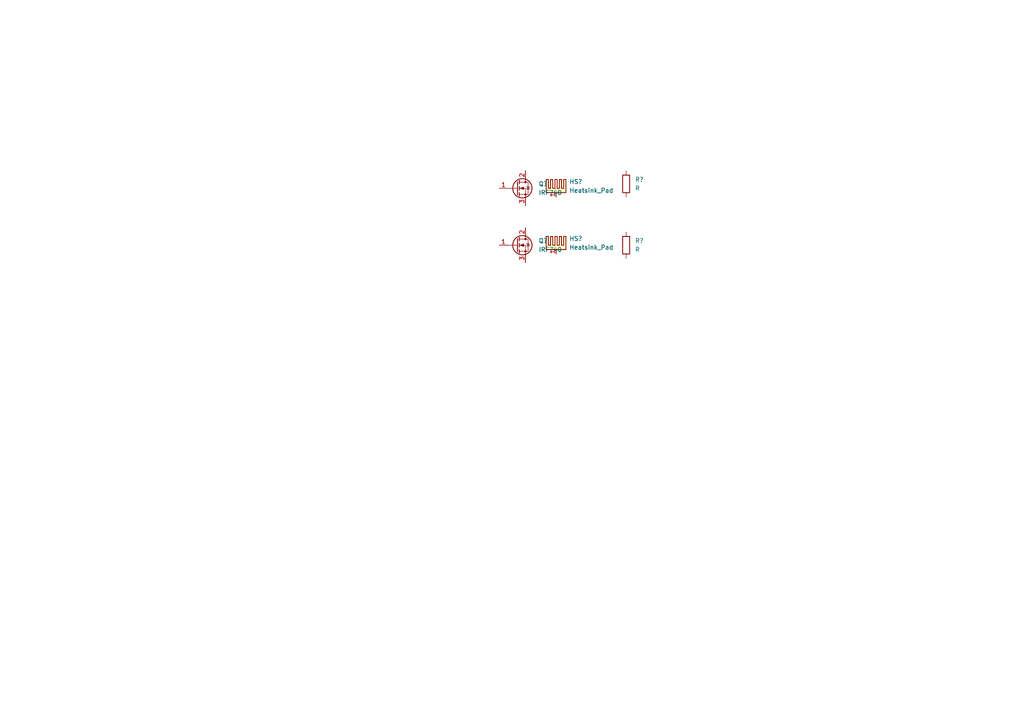
<source format=kicad_sch>
(kicad_sch (version 20211123) (generator eeschema)
  (paper "A4")
  (lib_symbols
    (symbol "Device:R" (pin_numbers hide) (pin_names (offset 0))
      (property "Reference" "R" (at 2.032 0 90))
      (property "Value" "R" (at 0 0 90))
      (symbol "R_0_1"
        (rectangle (start -1.016 -2.54) (end 1.016 2.54) (stroke (width 0.254)))
      )
      (symbol "R_1_1"
        (pin passive line (at 0 3.81 270) (length 1.27) (name "~") (number "1"))
        (pin passive line (at 0 -3.81 90) (length 1.27) (name "~") (number "2"))
      )
    )
    (symbol "Mechanical:Heatsink_Pad" (pin_names (offset 0))
      (property "Reference" "HS" (at 0 5.715 0))
      (property "Value" "Heatsink_Pad" (at 0 3.81 0))
      (symbol "Heatsink_Pad_0_1"
        (polyline (pts (xy -0.3302 0) (xy -0.9652 0) (xy -0.9652 2.54) (xy -1.6002 2.54) (xy -1.6002 0) (xy -2.2352 0) (xy -2.2352 2.54) (xy -2.8702 2.54) (xy -2.8702 -1.27) (xy -0.9652 -1.27)) (stroke (width 0.254)) (fill (type background)))
        (polyline (pts (xy -0.3302 0) (xy -0.3302 2.54) (xy 0.3048 2.54) (xy 0.3048 0) (xy 0.9398 0) (xy 0.9398 2.54) (xy 1.5748 2.54) (xy 1.5748 0) (xy 2.2098 0) (xy 2.2098 2.54) (xy 2.8448 2.54) (xy 2.8448 -1.27) (xy -0.9652 -1.27)) (stroke (width 0.254)) (fill (type background)))
      )
      (symbol "Heatsink_Pad_1_1"
        (pin passive line (at 0 -2.54 90) (length 1.27) (name "~") (number "1"))
      )
    )
    (symbol "Transistor_FET:IRF740" (pin_names hide)
      (property "Reference" "Q" (at 6.35 1.905 0))
      (property "Value" "IRF740" (at 6.35 0 0))
      (symbol "IRF740_0_1"
        (polyline (pts (xy 0.254 0) (xy -2.54 0)))
        (polyline (pts (xy 0.254 1.905) (xy 0.254 -1.905)) (stroke (width 0.254)))
        (polyline (pts (xy 0.762 -1.27) (xy 0.762 -2.286)) (stroke (width 0.254)))
        (polyline (pts (xy 0.762 0.508) (xy 0.762 -0.508)) (stroke (width 0.254)))
        (polyline (pts (xy 0.762 2.286) (xy 0.762 1.27)) (stroke (width 0.254)))
        (polyline (pts (xy 2.54 2.54) (xy 2.54 1.778)))
        (polyline (pts (xy 2.54 -2.54) (xy 2.54 0) (xy 0.762 0)))
        (polyline (pts (xy 0.762 -1.778) (xy 3.302 -1.778) (xy 3.302 1.778) (xy 0.762 1.778)))
        (polyline (pts (xy 1.016 0) (xy 2.032 0.381) (xy 2.032 -0.381) (xy 1.016 0)) (fill (type outline)))
        (polyline (pts (xy 2.794 0.508) (xy 2.921 0.381) (xy 3.683 0.381) (xy 3.81 0.254)))
        (polyline (pts (xy 3.302 0.381) (xy 2.921 -0.254) (xy 3.683 -0.254) (xy 3.302 0.381)))
        (circle (center 1.651 0) (radius 2.794) (stroke (width 0.254)))
        (circle (center 2.54 -1.778) (radius 0.254) (fill (type outline)))
        (circle (center 2.54 1.778) (radius 0.254) (fill (type outline)))
      )
      (symbol "IRF740_1_1"
        (pin input line (at -5.08 0 0) (length 2.54) (name "G") (number "1"))
        (pin passive line (at 2.54 5.08 270) (length 2.54) (name "D") (number "2"))
        (pin passive line (at 2.54 -5.08 90) (length 2.54) (name "S") (number "3"))
      )
    )
  )
  (symbol (lib_id "Transistor_FET:IRF740") (at 149.86 54.61 0) (unit 1)
    (property "Reference" "Q?" (at 156.21 53.3399 0) (effects (justify left)))
    (property "Value" "IRF740" (at 156.21 55.8799 0) (effects (justify left)))
    (property "Footprint" "Package_TO_SOT_THT:TO-220-3_Vertical" (effects hide))
    (property "Datasheet" "http://www.vishay.com/docs/91054/91054.pdf" (effects hide))
  )
  (symbol (lib_id "Device:R") (at 181.61 71.12 0) (unit 1)
    (property "Reference" "R?" (at 184.15 69.8499 0) (effects (justify left)))
    (property "Value" "R" (at 184.15 72.3899 0) (effects (justify left)))
    (property "Footprint" "Resistor_THT:R_Axial_Power_L20.0mm_W6.4mm_P25.40mm" (effects hide))
  )
  (symbol (lib_id "Mechanical:Heatsink_Pad") (at 161.29 54.61 0) (unit 1)
    (property "Reference" "HS?" (at 165.1 52.7049 0) (effects (justify left)))
    (property "Value" "Heatsink_Pad" (at 165.1 55.2449 0) (effects (justify left)))
    (property "Footprint" "Heatsink:Heatsink_Fischer_SK104-STC-STIC_35x13mm_2xDrill2.5mm" (effects hide))
  )
  (symbol (lib_id "Device:R") (at 181.61 53.34 0) (unit 1)
    (property "Reference" "R?" (at 184.15 52.0699 0) (effects (justify left)))
    (property "Value" "R" (at 184.15 54.6099 0) (effects (justify left)))
    (property "Footprint" "Resistor_THT:R_Axial_Power_L20.0mm_W6.4mm_P25.40mm" (effects hide))
  )
  (symbol (lib_id "Transistor_FET:IRF740") (at 149.86 71.12 0) (unit 1)
    (property "Reference" "Q?" (at 156.21 69.8499 0) (effects (justify left)))
    (property "Value" "IRF740" (at 156.21 72.3899 0) (effects (justify left)))
    (property "Footprint" "Package_TO_SOT_THT:TO-220-3_Vertical" (effects hide))
    (property "Datasheet" "http://www.vishay.com/docs/91054/91054.pdf" (effects hide))
  )
  (symbol (lib_id "Mechanical:Heatsink_Pad") (at 161.29 71.12 0) (unit 1)
    (property "Reference" "HS?" (at 165.1 69.2149 0) (effects (justify left)))
    (property "Value" "Heatsink_Pad" (at 165.1 71.7549 0) (effects (justify left)))
    (property "Footprint" "Heatsink:Heatsink_Fischer_SK104-STC-STIC_35x13mm_2xDrill2.5mm" (effects hide))
  )
)
</source>
